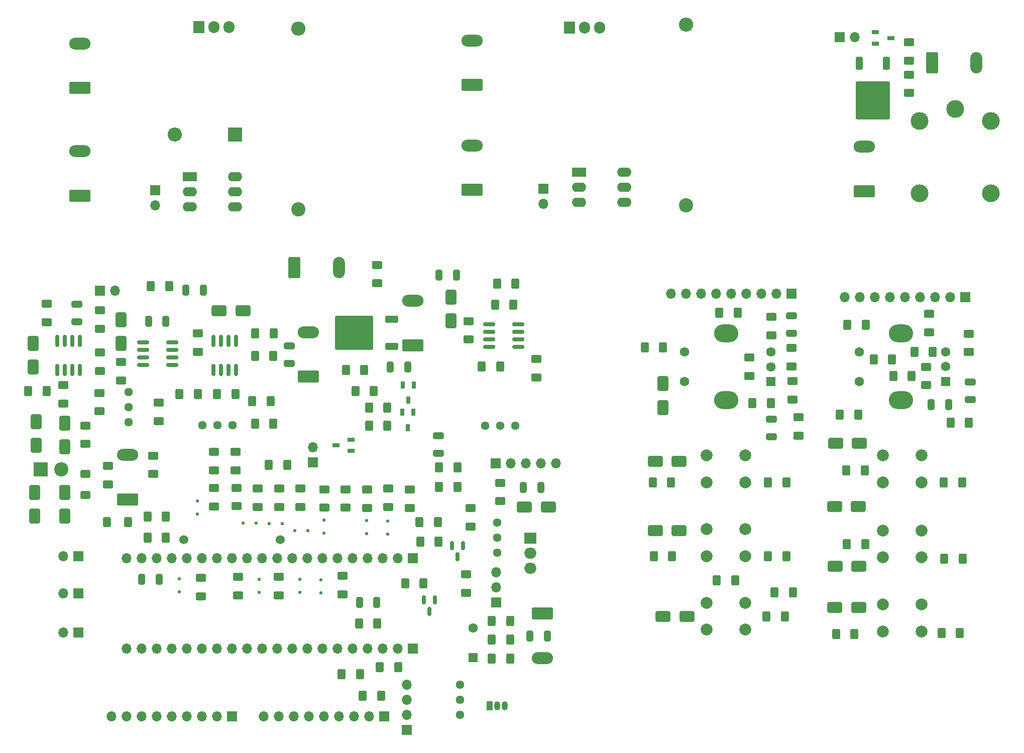
<source format=gbr>
%TF.GenerationSoftware,KiCad,Pcbnew,8.0.2*%
%TF.CreationDate,2025-05-09T17:21:55+03:00*%
%TF.ProjectId,Station,53746174-696f-46e2-9e6b-696361645f70,rev?*%
%TF.SameCoordinates,Original*%
%TF.FileFunction,Soldermask,Bot*%
%TF.FilePolarity,Negative*%
%FSLAX46Y46*%
G04 Gerber Fmt 4.6, Leading zero omitted, Abs format (unit mm)*
G04 Created by KiCad (PCBNEW 8.0.2) date 2025-05-09 17:21:55*
%MOMM*%
%LPD*%
G01*
G04 APERTURE LIST*
G04 Aperture macros list*
%AMRoundRect*
0 Rectangle with rounded corners*
0 $1 Rounding radius*
0 $2 $3 $4 $5 $6 $7 $8 $9 X,Y pos of 4 corners*
0 Add a 4 corners polygon primitive as box body*
4,1,4,$2,$3,$4,$5,$6,$7,$8,$9,$2,$3,0*
0 Add four circle primitives for the rounded corners*
1,1,$1+$1,$2,$3*
1,1,$1+$1,$4,$5*
1,1,$1+$1,$6,$7*
1,1,$1+$1,$8,$9*
0 Add four rect primitives between the rounded corners*
20,1,$1+$1,$2,$3,$4,$5,0*
20,1,$1+$1,$4,$5,$6,$7,0*
20,1,$1+$1,$6,$7,$8,$9,0*
20,1,$1+$1,$8,$9,$2,$3,0*%
G04 Aperture macros list end*
%ADD10C,1.524000*%
%ADD11RoundRect,0.250000X0.400000X0.625000X-0.400000X0.625000X-0.400000X-0.625000X0.400000X-0.625000X0*%
%ADD12RoundRect,0.250000X-0.400000X-0.625000X0.400000X-0.625000X0.400000X0.625000X-0.400000X0.625000X0*%
%ADD13RoundRect,0.125000X-0.125000X-0.125000X0.125000X-0.125000X0.125000X0.125000X-0.125000X0.125000X0*%
%ADD14RoundRect,0.250000X0.650000X-0.325000X0.650000X0.325000X-0.650000X0.325000X-0.650000X-0.325000X0*%
%ADD15RoundRect,0.250000X-0.625000X0.400000X-0.625000X-0.400000X0.625000X-0.400000X0.625000X0.400000X0*%
%ADD16RoundRect,0.125000X-0.125000X0.125000X-0.125000X-0.125000X0.125000X-0.125000X0.125000X0.125000X0*%
%ADD17R,1.220000X0.650000*%
%ADD18RoundRect,0.250000X0.625000X-0.400000X0.625000X0.400000X-0.625000X0.400000X-0.625000X-0.400000X0*%
%ADD19R,1.700000X1.700000*%
%ADD20O,1.700000X1.700000*%
%ADD21RoundRect,0.250000X-0.750000X-1.550000X0.750000X-1.550000X0.750000X1.550000X-0.750000X1.550000X0*%
%ADD22O,2.000000X3.600000*%
%ADD23C,2.000000*%
%ADD24RoundRect,0.150000X0.150000X-0.825000X0.150000X0.825000X-0.150000X0.825000X-0.150000X-0.825000X0*%
%ADD25R,1.905000X2.000000*%
%ADD26O,1.905000X2.000000*%
%ADD27RoundRect,0.125000X0.125000X0.125000X-0.125000X0.125000X-0.125000X-0.125000X0.125000X-0.125000X0*%
%ADD28RoundRect,0.250000X-0.650000X1.000000X-0.650000X-1.000000X0.650000X-1.000000X0.650000X1.000000X0*%
%ADD29RoundRect,0.250000X0.550000X0.550000X-0.550000X0.550000X-0.550000X-0.550000X0.550000X-0.550000X0*%
%ADD30C,1.600000*%
%ADD31O,4.100000X3.000000*%
%ADD32R,2.400000X1.600000*%
%ADD33O,2.400000X1.600000*%
%ADD34RoundRect,0.250000X-0.325000X-0.650000X0.325000X-0.650000X0.325000X0.650000X-0.325000X0.650000X0*%
%ADD35R,2.400000X2.400000*%
%ADD36O,2.400000X2.400000*%
%ADD37RoundRect,0.250000X1.550000X-0.750000X1.550000X0.750000X-1.550000X0.750000X-1.550000X-0.750000X0*%
%ADD38O,3.600000X2.000000*%
%ADD39RoundRect,0.250000X0.325000X0.650000X-0.325000X0.650000X-0.325000X-0.650000X0.325000X-0.650000X0*%
%ADD40RoundRect,0.150000X-0.825000X-0.150000X0.825000X-0.150000X0.825000X0.150000X-0.825000X0.150000X0*%
%ADD41R,0.650000X1.220000*%
%ADD42RoundRect,0.150000X-0.150000X0.587500X-0.150000X-0.587500X0.150000X-0.587500X0.150000X0.587500X0*%
%ADD43RoundRect,0.250000X-0.600000X0.400000X-0.600000X-0.400000X0.600000X-0.400000X0.600000X0.400000X0*%
%ADD44C,3.000000*%
%ADD45RoundRect,0.150000X-0.150000X0.825000X-0.150000X-0.825000X0.150000X-0.825000X0.150000X0.825000X0*%
%ADD46RoundRect,0.250000X-1.000000X-0.650000X1.000000X-0.650000X1.000000X0.650000X-1.000000X0.650000X0*%
%ADD47C,2.400000*%
%ADD48RoundRect,0.250000X0.650000X-1.000000X0.650000X1.000000X-0.650000X1.000000X-0.650000X-1.000000X0*%
%ADD49RoundRect,0.250000X1.000000X0.650000X-1.000000X0.650000X-1.000000X-0.650000X1.000000X-0.650000X0*%
%ADD50RoundRect,0.250000X0.400000X0.600000X-0.400000X0.600000X-0.400000X-0.600000X0.400000X-0.600000X0*%
%ADD51RoundRect,0.250000X0.850000X0.350000X-0.850000X0.350000X-0.850000X-0.350000X0.850000X-0.350000X0*%
%ADD52RoundRect,0.249997X2.950003X2.650003X-2.950003X2.650003X-2.950003X-2.650003X2.950003X-2.650003X0*%
%ADD53C,1.440000*%
%ADD54R,1.050000X1.500000*%
%ADD55O,1.050000X1.500000*%
%ADD56RoundRect,0.250000X-1.550000X0.750000X-1.550000X-0.750000X1.550000X-0.750000X1.550000X0.750000X0*%
%ADD57R,2.000000X1.905000*%
%ADD58O,2.000000X1.905000*%
%ADD59R,1.600000X1.600000*%
%ADD60RoundRect,0.250000X-0.650000X0.325000X-0.650000X-0.325000X0.650000X-0.325000X0.650000X0.325000X0*%
%ADD61RoundRect,0.250000X-0.350000X0.850000X-0.350000X-0.850000X0.350000X-0.850000X0.350000X0.850000X0*%
%ADD62RoundRect,0.249997X-2.650003X2.950003X-2.650003X-2.950003X2.650003X-2.950003X2.650003X2.950003X0*%
G04 APERTURE END LIST*
D10*
%TO.C,R100*%
X54356000Y-108458000D03*
X70612000Y-108458000D03*
%TD*%
D11*
%TO.C,R57*%
X31239100Y-83385750D03*
X28139100Y-83385750D03*
%TD*%
%TO.C,R7*%
X84790100Y-79814750D03*
X81690100Y-79814750D03*
%TD*%
D12*
%TO.C,R2*%
X66364600Y-88836000D03*
X69464600Y-88836000D03*
%TD*%
D13*
%TO.C,D9*%
X68793000Y-105724000D03*
X70993000Y-105724000D03*
%TD*%
D14*
%TO.C,C23*%
X36293100Y-71652750D03*
X36293100Y-68702750D03*
%TD*%
D15*
%TO.C,R88*%
X63246000Y-99682000D03*
X63246000Y-102782000D03*
%TD*%
D16*
%TO.C,D30*%
X73914000Y-115144000D03*
X73914000Y-117344000D03*
%TD*%
D12*
%TO.C,R21*%
X104600800Y-79177150D03*
X107700800Y-79177150D03*
%TD*%
D17*
%TO.C,Q4*%
X82601100Y-91559750D03*
X82601100Y-93459750D03*
X79981100Y-92509750D03*
%TD*%
D18*
%TO.C,R20*%
X102333100Y-74681950D03*
X102333100Y-71581950D03*
%TD*%
D15*
%TO.C,R31*%
X107696000Y-98840000D03*
X107696000Y-101940000D03*
%TD*%
%TO.C,R39*%
X40101600Y-83679250D03*
X40101600Y-86779250D03*
%TD*%
D11*
%TO.C,R25*%
X100512600Y-99504000D03*
X97412600Y-99504000D03*
%TD*%
D15*
%TO.C,R15*%
X78074600Y-99935250D03*
X78074600Y-103035250D03*
%TD*%
%TO.C,R43*%
X59436000Y-99708000D03*
X59436000Y-102808000D03*
%TD*%
D11*
%TO.C,R91*%
X109373000Y-125282000D03*
X106273000Y-125282000D03*
%TD*%
D19*
%TO.C,J25*%
X164942000Y-23689000D03*
D20*
X167482000Y-23689000D03*
%TD*%
D11*
%TO.C,R8*%
X88683100Y-86159750D03*
X85583100Y-86159750D03*
%TD*%
D21*
%TO.C,J26*%
X180496000Y-27967500D03*
D22*
X187996000Y-27967500D03*
%TD*%
D23*
%TO.C,SW7*%
X178712000Y-98734000D03*
X172212000Y-98734000D03*
X178712000Y-94234000D03*
X172212000Y-94234000D03*
%TD*%
D24*
%TO.C,U7*%
X36801100Y-79829750D03*
X35531100Y-79829750D03*
X34261100Y-79829750D03*
X32991100Y-79829750D03*
X32991100Y-74879750D03*
X34261100Y-74879750D03*
X35531100Y-74879750D03*
X36801100Y-74879750D03*
%TD*%
D15*
%TO.C,R77*%
X57248100Y-114855750D03*
X57248100Y-117955750D03*
%TD*%
D18*
%TO.C,R12*%
X81630600Y-103035250D03*
X81630600Y-99935250D03*
%TD*%
D11*
%TO.C,R59*%
X51913350Y-65698000D03*
X48813350Y-65698000D03*
%TD*%
D25*
%TO.C,Q5*%
X56888500Y-21963500D03*
D26*
X59428500Y-21963500D03*
X61968500Y-21963500D03*
%TD*%
D27*
%TO.C,D25*%
X66560600Y-105600000D03*
X64360600Y-105600000D03*
%TD*%
D11*
%TO.C,R28*%
X51334000Y-104560000D03*
X48234000Y-104560000D03*
%TD*%
D16*
%TO.C,D5*%
X88773000Y-105302000D03*
X88773000Y-107502000D03*
%TD*%
D15*
%TO.C,R27*%
X92485600Y-99953750D03*
X92485600Y-103053750D03*
%TD*%
D28*
%TO.C,D13*%
X34261100Y-100435750D03*
X34261100Y-104435750D03*
%TD*%
D18*
%TO.C,R23*%
X113821600Y-81082750D03*
X113821600Y-77982750D03*
%TD*%
D12*
%TO.C,R5*%
X83297100Y-83365750D03*
X86397100Y-83365750D03*
%TD*%
D11*
%TO.C,R22*%
X109936000Y-68813950D03*
X106836000Y-68813950D03*
%TD*%
D18*
%TO.C,R68*%
X73984600Y-102908250D03*
X73984600Y-99808250D03*
%TD*%
D29*
%TO.C,SW1*%
X182764000Y-81752000D03*
D30*
X182764000Y-76752000D03*
X182764000Y-79252000D03*
X168264000Y-81752000D03*
X168264000Y-76752000D03*
D31*
X175264000Y-84852000D03*
X175264000Y-73652000D03*
%TD*%
D32*
%TO.C,U6*%
X121031250Y-46482000D03*
D33*
X121031250Y-49022000D03*
X121031250Y-51562000D03*
X128651250Y-51562000D03*
X128651250Y-49022000D03*
X128651250Y-46482000D03*
%TD*%
D34*
%TO.C,C7*%
X97409600Y-63814000D03*
X100359600Y-63814000D03*
%TD*%
D35*
%TO.C,D7*%
X62984500Y-40124500D03*
D36*
X52824500Y-40124500D03*
%TD*%
D11*
%TO.C,R92*%
X109373000Y-122107000D03*
X106273000Y-122107000D03*
%TD*%
D23*
%TO.C,SW5*%
X148994000Y-98734000D03*
X142494000Y-98734000D03*
X148994000Y-94234000D03*
X142494000Y-94234000D03*
%TD*%
D11*
%TO.C,R76*%
X51334000Y-108116000D03*
X48234000Y-108116000D03*
%TD*%
D16*
%TO.C,D31*%
X77978000Y-105132000D03*
X77978000Y-107332000D03*
%TD*%
D12*
%TO.C,R93*%
X94208000Y-108772000D03*
X97308000Y-108772000D03*
%TD*%
D37*
%TO.C,J11*%
X102957750Y-31735000D03*
D38*
X102957750Y-24235000D03*
%TD*%
D34*
%TO.C,C1*%
X89183600Y-79278750D03*
X92133600Y-79278750D03*
%TD*%
D39*
%TO.C,C18*%
X50214100Y-115135750D03*
X47264100Y-115135750D03*
%TD*%
D27*
%TO.C,D27*%
X75268000Y-106867000D03*
X73068000Y-106867000D03*
%TD*%
D11*
%TO.C,R29*%
X94768000Y-115757000D03*
X91668000Y-115757000D03*
%TD*%
D28*
%TO.C,D8*%
X43785350Y-71318000D03*
X43785350Y-75318000D03*
%TD*%
D34*
%TO.C,C2*%
X54737600Y-66324750D03*
X57687600Y-66324750D03*
%TD*%
D23*
%TO.C,SW8*%
X148994000Y-123590000D03*
X142494000Y-123590000D03*
X148994000Y-119090000D03*
X142494000Y-119090000D03*
%TD*%
D37*
%TO.C,J10*%
X102997250Y-49455000D03*
D38*
X102997250Y-41955000D03*
%TD*%
D28*
%TO.C,D12*%
X29435100Y-88529750D03*
X29435100Y-92529750D03*
%TD*%
D40*
%TO.C,U4*%
X47470600Y-79006250D03*
X47470600Y-77736250D03*
X47470600Y-76466250D03*
X47470600Y-75196250D03*
X52420600Y-75196250D03*
X52420600Y-76466250D03*
X52420600Y-77736250D03*
X52420600Y-79006250D03*
%TD*%
D11*
%TO.C,R30*%
X109373000Y-128457000D03*
X106273000Y-128457000D03*
%TD*%
D16*
%TO.C,D6*%
X77470000Y-115165000D03*
X77470000Y-117365000D03*
%TD*%
D12*
%TO.C,R83*%
X80971100Y-131137750D03*
X84071100Y-131137750D03*
%TD*%
D41*
%TO.C,Q3*%
X91263100Y-82309750D03*
X93163100Y-82309750D03*
X92213100Y-84929750D03*
%TD*%
D37*
%TO.C,J4*%
X36822500Y-50418500D03*
D38*
X36822500Y-42918500D03*
%TD*%
D18*
%TO.C,R55*%
X31213100Y-71727750D03*
X31213100Y-68627750D03*
%TD*%
D12*
%TO.C,R9*%
X59962600Y-83858250D03*
X63062600Y-83858250D03*
%TD*%
%TO.C,R10*%
X65916600Y-85026000D03*
X69016600Y-85026000D03*
%TD*%
D23*
%TO.C,SW6*%
X148994000Y-111180000D03*
X142494000Y-111180000D03*
X148994000Y-106680000D03*
X142494000Y-106680000D03*
%TD*%
D11*
%TO.C,R16*%
X69464600Y-77482250D03*
X66364600Y-77482250D03*
%TD*%
D42*
%TO.C,Q11*%
X99568000Y-109407000D03*
X101468000Y-109407000D03*
X100518000Y-111282000D03*
%TD*%
D43*
%TO.C,D24*%
X37748600Y-97364750D03*
X37748600Y-100864750D03*
%TD*%
D18*
%TO.C,R11*%
X66771600Y-102908250D03*
X66771600Y-99808250D03*
%TD*%
D44*
%TO.C,K1*%
X184404000Y-35786000D03*
X190404000Y-49986000D03*
X178404000Y-49986000D03*
X178404000Y-37786000D03*
X190404000Y-37786000D03*
%TD*%
D14*
%TO.C,C16*%
X97282000Y-93864000D03*
X97282000Y-90914000D03*
%TD*%
D16*
%TO.C,D4*%
X85217000Y-105216000D03*
X85217000Y-107416000D03*
%TD*%
D32*
%TO.C,U3*%
X55349500Y-47251500D03*
D33*
X55349500Y-49791500D03*
X55349500Y-52331500D03*
X62969500Y-52331500D03*
X62969500Y-49791500D03*
X62969500Y-47251500D03*
%TD*%
D39*
%TO.C,C12*%
X51355600Y-71640250D03*
X48405600Y-71640250D03*
%TD*%
D42*
%TO.C,Q6*%
X94808000Y-118629500D03*
X96708000Y-118629500D03*
X95758000Y-120504500D03*
%TD*%
D18*
%TO.C,R54*%
X70428600Y-102908250D03*
X70428600Y-99808250D03*
%TD*%
D15*
%TO.C,R4*%
X56738600Y-73664750D03*
X56738600Y-76764750D03*
%TD*%
D19*
%TO.C,J9*%
X114960250Y-49261000D03*
D20*
X114960250Y-51801000D03*
%TD*%
D15*
%TO.C,R84*%
X41558600Y-96014750D03*
X41558600Y-99114750D03*
%TD*%
D45*
%TO.C,U5*%
X59353600Y-74893250D03*
X60623600Y-74893250D03*
X61893600Y-74893250D03*
X63163600Y-74893250D03*
X63163600Y-79843250D03*
X61893600Y-79843250D03*
X60623600Y-79843250D03*
X59353600Y-79843250D03*
%TD*%
D18*
%TO.C,R85*%
X88802600Y-102926750D03*
X88802600Y-99826750D03*
%TD*%
D15*
%TO.C,R41*%
X63088600Y-93612000D03*
X63088600Y-96712000D03*
%TD*%
D39*
%TO.C,C17*%
X86916350Y-119038000D03*
X83966350Y-119038000D03*
%TD*%
D46*
%TO.C,D29*%
X111792000Y-102930000D03*
X115792000Y-102930000D03*
%TD*%
D12*
%TO.C,R89*%
X83891350Y-122594000D03*
X86991350Y-122594000D03*
%TD*%
D47*
%TO.C,R34*%
X73652500Y-52702500D03*
D36*
X73652500Y-22222500D03*
%TD*%
D34*
%TO.C,C11*%
X111584600Y-99598750D03*
X114534600Y-99598750D03*
%TD*%
D48*
%TO.C,D15*%
X28927100Y-79289750D03*
X28927100Y-75289750D03*
%TD*%
D12*
%TO.C,R1*%
X66426100Y-73672250D03*
X69526100Y-73672250D03*
%TD*%
D18*
%TO.C,R42*%
X59436000Y-96712000D03*
X59436000Y-93612000D03*
%TD*%
D12*
%TO.C,R26*%
X97412600Y-96202000D03*
X100512600Y-96202000D03*
%TD*%
D18*
%TO.C,R37*%
X40229350Y-79948000D03*
X40229350Y-76848000D03*
%TD*%
D11*
%TO.C,R33*%
X97210600Y-105440750D03*
X94110600Y-105440750D03*
%TD*%
D34*
%TO.C,C9*%
X112698000Y-124647000D03*
X115648000Y-124647000D03*
%TD*%
D23*
%TO.C,SW3*%
X178750000Y-111398000D03*
X172250000Y-111398000D03*
X178750000Y-106898000D03*
X172250000Y-106898000D03*
%TD*%
D11*
%TO.C,R24*%
X110262000Y-65211000D03*
X107162000Y-65211000D03*
%TD*%
D12*
%TO.C,R6*%
X85583100Y-89207750D03*
X88683100Y-89207750D03*
%TD*%
D28*
%TO.C,D14*%
X29181100Y-100435750D03*
X29181100Y-104435750D03*
%TD*%
D18*
%TO.C,R40*%
X50134600Y-88430250D03*
X50134600Y-85330250D03*
%TD*%
D15*
%TO.C,R97*%
X86996100Y-62099750D03*
X86996100Y-65199750D03*
%TD*%
%TO.C,R56*%
X37748600Y-89182750D03*
X37748600Y-92282750D03*
%TD*%
D18*
%TO.C,R35*%
X101980998Y-117408000D03*
X101980998Y-114308000D03*
%TD*%
D29*
%TO.C,SW4*%
X153300000Y-81765000D03*
D30*
X153300000Y-76765000D03*
X153300000Y-79265000D03*
X138800000Y-81765000D03*
X138800000Y-76765000D03*
D31*
X145800000Y-84865000D03*
X145800000Y-73665000D03*
%TD*%
D23*
%TO.C,SW2*%
X178750000Y-123880000D03*
X172250000Y-123880000D03*
X178750000Y-119380000D03*
X172250000Y-119380000D03*
%TD*%
D40*
%TO.C,U2*%
X105809400Y-75951350D03*
X105809400Y-74681350D03*
X105809400Y-73411350D03*
X105809400Y-72141350D03*
X110759400Y-72141350D03*
X110759400Y-73411350D03*
X110759400Y-74681350D03*
X110759400Y-75951350D03*
%TD*%
D15*
%TO.C,R38*%
X43784600Y-78472250D03*
X43784600Y-81572250D03*
%TD*%
D28*
%TO.C,D11*%
X34261100Y-88783750D03*
X34261100Y-92783750D03*
%TD*%
D37*
%TO.C,J5*%
X36822500Y-32257500D03*
D38*
X36822500Y-24757500D03*
%TD*%
D12*
%TO.C,R80*%
X87405000Y-129924450D03*
X90505000Y-129924450D03*
%TD*%
D49*
%TO.C,D1*%
X64326600Y-69862250D03*
X60326600Y-69862250D03*
%TD*%
D25*
%TO.C,Q7*%
X119425250Y-22083000D03*
D26*
X121965250Y-22083000D03*
X124505250Y-22083000D03*
%TD*%
D15*
%TO.C,R32*%
X102743000Y-103128750D03*
X102743000Y-106228750D03*
%TD*%
D16*
%TO.C,D28*%
X67056000Y-115144000D03*
X67056000Y-117344000D03*
%TD*%
D15*
%TO.C,R86*%
X85246600Y-99953750D03*
X85246600Y-103053750D03*
%TD*%
%TO.C,R94*%
X81153000Y-114562000D03*
X81153000Y-117662000D03*
%TD*%
%TO.C,R69*%
X70358000Y-114694000D03*
X70358000Y-117794000D03*
%TD*%
D37*
%TO.C,J12*%
X169093500Y-49664000D03*
D38*
X169093500Y-42164000D03*
%TD*%
D15*
%TO.C,R36*%
X40229350Y-69736000D03*
X40229350Y-72836000D03*
%TD*%
D47*
%TO.C,R45*%
X139065250Y-52060000D03*
D36*
X139065250Y-21580000D03*
%TD*%
D28*
%TO.C,D3*%
X99441000Y-67529000D03*
X99441000Y-71529000D03*
%TD*%
D41*
%TO.C,Q2*%
X91197100Y-86921750D03*
X93097100Y-86921750D03*
X92147100Y-89541750D03*
%TD*%
D18*
%TO.C,R58*%
X34007100Y-85443750D03*
X34007100Y-82343750D03*
%TD*%
D12*
%TO.C,R75*%
X84527100Y-134801250D03*
X87627100Y-134801250D03*
%TD*%
D50*
%TO.C,D10*%
X44930000Y-105470000D03*
X41430000Y-105470000D03*
%TD*%
D16*
%TO.C,D26*%
X53594000Y-115060000D03*
X53594000Y-117260000D03*
%TD*%
D12*
%TO.C,R3*%
X53612600Y-83858250D03*
X56712600Y-83858250D03*
%TD*%
D19*
%TO.C,J7*%
X49547500Y-49542500D03*
D20*
X49547500Y-52082500D03*
%TD*%
D18*
%TO.C,R87*%
X49178600Y-97362750D03*
X49178600Y-94262750D03*
%TD*%
D51*
%TO.C,Q1*%
X89377600Y-71259250D03*
D52*
X83077600Y-73539250D03*
D51*
X89377600Y-75819250D03*
%TD*%
D15*
%TO.C,R44*%
X63500000Y-114694000D03*
X63500000Y-117794000D03*
%TD*%
D14*
%TO.C,C3*%
X72105600Y-78703250D03*
X72105600Y-75753250D03*
%TD*%
D16*
%TO.C,D2*%
X56642000Y-101936000D03*
X56642000Y-104136000D03*
%TD*%
D12*
%TO.C,R14*%
X68710600Y-95788750D03*
X71810600Y-95788750D03*
%TD*%
D53*
%TO.C,RV6*%
X107188000Y-110665750D03*
X107188000Y-108125750D03*
X107188000Y-105585750D03*
%TD*%
D19*
%TO.C,J15*%
X62455100Y-138249750D03*
D20*
X59915100Y-138249750D03*
X57375100Y-138249750D03*
X54835100Y-138249750D03*
X52295100Y-138249750D03*
X49755100Y-138249750D03*
X47215100Y-138249750D03*
X44675100Y-138249750D03*
X42135100Y-138249750D03*
%TD*%
D54*
%TO.C,U1*%
X105918000Y-136437000D03*
D55*
X107188000Y-136437000D03*
X108458000Y-136437000D03*
%TD*%
D11*
%TO.C,R60*%
X136531000Y-98785000D03*
X133431000Y-98785000D03*
%TD*%
D19*
%TO.C,J3*%
X186080000Y-67543000D03*
D20*
X183540000Y-67543000D03*
X181000000Y-67543000D03*
X178460000Y-67543000D03*
X175920000Y-67543000D03*
X173380000Y-67543000D03*
X170840000Y-67543000D03*
X168300000Y-67543000D03*
X165760000Y-67543000D03*
%TD*%
D35*
%TO.C,J16*%
X30197100Y-96593750D03*
D47*
X33697100Y-96593750D03*
%TD*%
D14*
%TO.C,C10*%
X153416000Y-91054000D03*
X153416000Y-88104000D03*
%TD*%
D56*
%TO.C,J22*%
X114808000Y-120897000D03*
D38*
X114808000Y-128397000D03*
%TD*%
D11*
%TO.C,R72*%
X157073000Y-117312000D03*
X153973000Y-117312000D03*
%TD*%
D57*
%TO.C,Q10*%
X112776000Y-108137000D03*
D58*
X112776000Y-110677000D03*
X112776000Y-113217000D03*
%TD*%
D12*
%TO.C,R62*%
X173964000Y-80816000D03*
X177064000Y-80816000D03*
%TD*%
D11*
%TO.C,R81*%
X185674000Y-111612000D03*
X182574000Y-111612000D03*
%TD*%
D12*
%TO.C,R66*%
X182092000Y-124185000D03*
X185192000Y-124185000D03*
%TD*%
D15*
%TO.C,R49*%
X153420000Y-70869000D03*
X153420000Y-73969000D03*
%TD*%
D19*
%TO.C,J8*%
X36581000Y-124118000D03*
D20*
X34041000Y-124118000D03*
%TD*%
D53*
%TO.C,RV1*%
X62580600Y-89166250D03*
X60040600Y-89166250D03*
X57500600Y-89166250D03*
%TD*%
D20*
%TO.C,J6*%
X34036000Y-111188000D03*
D19*
X36576000Y-111188000D03*
%TD*%
D11*
%TO.C,R95*%
X185599000Y-98785000D03*
X182499000Y-98785000D03*
%TD*%
D18*
%TO.C,R50*%
X157988000Y-90875000D03*
X157988000Y-87775000D03*
%TD*%
D12*
%TO.C,R70*%
X133578000Y-111216000D03*
X136678000Y-111216000D03*
%TD*%
D11*
%TO.C,R64*%
X168061000Y-87340000D03*
X164961000Y-87340000D03*
%TD*%
D19*
%TO.C,U8*%
X92935100Y-111579750D03*
D20*
X90395100Y-111579750D03*
X87855100Y-111579750D03*
X85315100Y-111579750D03*
X82775100Y-111579750D03*
X80235100Y-111579750D03*
X77695100Y-111579750D03*
X75155100Y-111579750D03*
X72615100Y-111579750D03*
X70075100Y-111579750D03*
X67535100Y-111579750D03*
X64995100Y-111579750D03*
X62455100Y-111579750D03*
X59915100Y-111579750D03*
X57375100Y-111579750D03*
X54835100Y-111579750D03*
X52295100Y-111579750D03*
X49755100Y-111579750D03*
X47215100Y-111579750D03*
X44675100Y-111579750D03*
X44675100Y-126819750D03*
X47215100Y-126819750D03*
X49755100Y-126819750D03*
X52295100Y-126819750D03*
X54835100Y-126819750D03*
X57375100Y-126819750D03*
X59915100Y-126819750D03*
X62455100Y-126819750D03*
X64995100Y-126819750D03*
X67535100Y-126819750D03*
X70075100Y-126819750D03*
X72615100Y-126819750D03*
X75155100Y-126819750D03*
X77695100Y-126819750D03*
X80235100Y-126819750D03*
X82775100Y-126819750D03*
X85315100Y-126819750D03*
X87855100Y-126819750D03*
X90395100Y-126819750D03*
D19*
X92935100Y-126819750D03*
%TD*%
D11*
%TO.C,R73*%
X147294000Y-115280000D03*
X144194000Y-115280000D03*
%TD*%
%TO.C,R96*%
X169305600Y-72195000D03*
X166205600Y-72195000D03*
%TD*%
D19*
%TO.C,J13*%
X88109100Y-138249750D03*
D20*
X85569100Y-138249750D03*
X83029100Y-138249750D03*
X80489100Y-138249750D03*
X77949100Y-138249750D03*
X75409100Y-138249750D03*
X72869100Y-138249750D03*
X70329100Y-138249750D03*
X67789100Y-138249750D03*
%TD*%
D49*
%TO.C,D19*%
X139177000Y-121376000D03*
X135177000Y-121376000D03*
%TD*%
D53*
%TO.C,RV4*%
X100913000Y-137967000D03*
X100913000Y-135427000D03*
X100913000Y-132887000D03*
%TD*%
D12*
%TO.C,R67*%
X166140800Y-109199000D03*
X169240800Y-109199000D03*
%TD*%
D15*
%TO.C,R18*%
X180049200Y-70340200D03*
X180049200Y-73440200D03*
%TD*%
%TO.C,R17*%
X186690000Y-73678000D03*
X186690000Y-76778000D03*
%TD*%
D59*
%TO.C,C8*%
X103124000Y-128330000D03*
D30*
X103124000Y-123330000D03*
%TD*%
D60*
%TO.C,C4*%
X156845000Y-70705000D03*
X156845000Y-73655000D03*
%TD*%
%TO.C,C5*%
X186944000Y-81881000D03*
X186944000Y-84831000D03*
%TD*%
D49*
%TO.C,D21*%
X137870000Y-95214000D03*
X133870000Y-95214000D03*
%TD*%
%TO.C,D17*%
X168282400Y-92166000D03*
X164282400Y-92166000D03*
%TD*%
D12*
%TO.C,R48*%
X177520000Y-76752000D03*
X180620000Y-76752000D03*
%TD*%
D11*
%TO.C,R71*%
X155676000Y-121376000D03*
X152576000Y-121376000D03*
%TD*%
%TO.C,R61*%
X155930000Y-111216000D03*
X152830000Y-111216000D03*
%TD*%
D18*
%TO.C,R74*%
X156845000Y-79191000D03*
X156845000Y-76091000D03*
%TD*%
%TO.C,R79*%
X176626000Y-33113000D03*
X176626000Y-30013000D03*
%TD*%
D37*
%TO.C,J17*%
X44889600Y-101613750D03*
D38*
X44889600Y-94113750D03*
%TD*%
D12*
%TO.C,R82*%
X166038000Y-96738000D03*
X169138000Y-96738000D03*
%TD*%
D17*
%TO.C,Q8*%
X170958000Y-24766000D03*
X170958000Y-22866000D03*
X173578000Y-23816000D03*
%TD*%
D11*
%TO.C,R52*%
X135154000Y-75990000D03*
X132054000Y-75990000D03*
%TD*%
%TO.C,R51*%
X153315000Y-85388000D03*
X150215000Y-85388000D03*
%TD*%
%TO.C,R63*%
X173762000Y-78022000D03*
X170662000Y-78022000D03*
%TD*%
D19*
%TO.C,J21*%
X106963600Y-95534750D03*
D20*
X109503600Y-95534750D03*
X112043600Y-95534750D03*
X114583600Y-95534750D03*
X117123600Y-95534750D03*
%TD*%
D61*
%TO.C,Q9*%
X168249000Y-28081000D03*
D62*
X170529000Y-34381000D03*
D61*
X172809000Y-28081000D03*
%TD*%
D15*
%TO.C,R47*%
X179465000Y-79281000D03*
X179465000Y-82381000D03*
%TD*%
D37*
%TO.C,J19*%
X92954100Y-75662750D03*
D38*
X92954100Y-68162750D03*
%TD*%
D19*
%TO.C,J23*%
X40229350Y-66465000D03*
D20*
X42769350Y-66465000D03*
%TD*%
D21*
%TO.C,J18*%
X72987600Y-62546500D03*
D22*
X80487600Y-62546500D03*
%TD*%
D12*
%TO.C,R46*%
X144627000Y-70148000D03*
X147727000Y-70148000D03*
%TD*%
D49*
%TO.C,D22*%
X168148000Y-112882000D03*
X164148000Y-112882000D03*
%TD*%
D19*
%TO.C,J40*%
X107062100Y-119032750D03*
D20*
X107062100Y-116492750D03*
X107062100Y-113952750D03*
%TD*%
D37*
%TO.C,J20*%
X75340600Y-80936750D03*
D38*
X75340600Y-73436750D03*
%TD*%
D19*
%TO.C,J1*%
X76102600Y-95412750D03*
D20*
X76102600Y-92872750D03*
%TD*%
D49*
%TO.C,D18*%
X168116000Y-119867000D03*
X164116000Y-119867000D03*
%TD*%
D53*
%TO.C,RV5*%
X45054600Y-83578250D03*
X45054600Y-86118250D03*
X45054600Y-88658250D03*
%TD*%
D39*
%TO.C,C6*%
X183339000Y-85642000D03*
X180389000Y-85642000D03*
%TD*%
D15*
%TO.C,R90*%
X156972000Y-81679000D03*
X156972000Y-84779000D03*
%TD*%
D11*
%TO.C,R53*%
X155930000Y-98770000D03*
X152830000Y-98770000D03*
%TD*%
D19*
%TO.C,J24*%
X36581000Y-117514000D03*
D20*
X34041000Y-117514000D03*
%TD*%
D49*
%TO.C,D16*%
X168102000Y-102849000D03*
X164102000Y-102849000D03*
%TD*%
D12*
%TO.C,R19*%
X183616000Y-88737000D03*
X186716000Y-88737000D03*
%TD*%
%TO.C,R65*%
X164312000Y-124312000D03*
X167412000Y-124312000D03*
%TD*%
D19*
%TO.C,J2*%
X91919100Y-140535750D03*
D20*
X91919100Y-137995750D03*
X91919100Y-135455750D03*
X91919100Y-132915750D03*
%TD*%
D18*
%TO.C,R78*%
X176626000Y-27652000D03*
X176626000Y-24552000D03*
%TD*%
D53*
%TO.C,RV2*%
X110265600Y-89184750D03*
X107725600Y-89184750D03*
X105185600Y-89184750D03*
%TD*%
D28*
%TO.C,D20*%
X135132000Y-82135000D03*
X135132000Y-86135000D03*
%TD*%
D49*
%TO.C,D23*%
X137838000Y-106898000D03*
X133838000Y-106898000D03*
%TD*%
D19*
%TO.C,J14*%
X156839000Y-66933000D03*
D20*
X154299000Y-66933000D03*
X151759000Y-66933000D03*
X149219000Y-66933000D03*
X146679000Y-66933000D03*
X144139000Y-66933000D03*
X141599000Y-66933000D03*
X139059000Y-66933000D03*
X136519000Y-66933000D03*
%TD*%
D15*
%TO.C,R13*%
X149733000Y-77727000D03*
X149733000Y-80827000D03*
%TD*%
M02*

</source>
